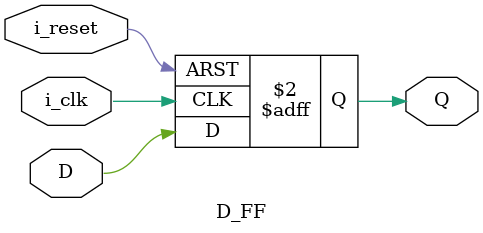
<source format=v>
`timescale 1ns / 1ps

module D_FF(
    input i_clk,
    input i_reset,
    input D,
    output reg Q
    );

    always @(posedge i_clk, posedge i_reset) begin // 8Hz
        if(i_reset) begin
            Q <= 0;
        end else begin
            Q <= D;
        end
    end 
endmodule

</source>
